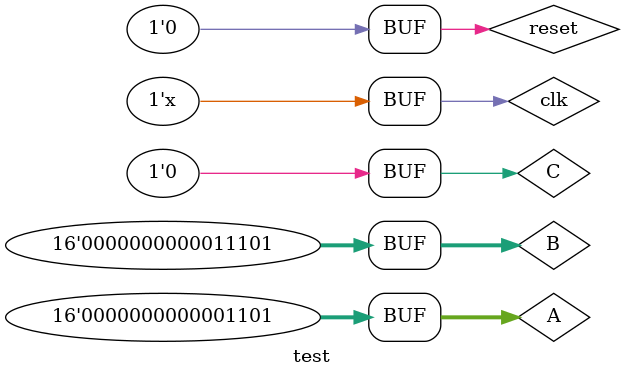
<source format=v>
module test;
 
  localparam width = 16;
  reg [width-1:0] A, B;
  reg clk,reset;
  reg C;
 
  initial 
	begin
		clk = 0;
		reset = 1'b0;
		C = 1'b0;
	end
      
   always #5 clk = ~clk;
   
   initial 
	 begin
		{A, B} = {16'b0000000000000011, 16'b0000000000001000};
		#10;
		{A, B} = {16'b0000000000000011, 16'b0000000000000011};
		#10;
		{A, B} = {16'b0000000000000111, 16'b0000000000000001};
		#10;
		{A, B} = {16'b0000000000000101, 16'b0000000000001001};
		#10;
		{A, B} = {16'b0000000000001101, 16'b0000000000011101};
	 end
   
   
  wire [width-1:0] A1;
  wire C1;
  adder_16bit wa (A1, C1, A, B, C, clk, reset);
  
  
  initial
    begin
        $monitor("At time %t, %b     %b     %b     %b     %b", $time, A1, C1, A, B, C);
    end

	initial 
		begin
			$dumpfile("wide_adder_2v.vcd");
			$dumpvars;
		end
endmodule

</source>
